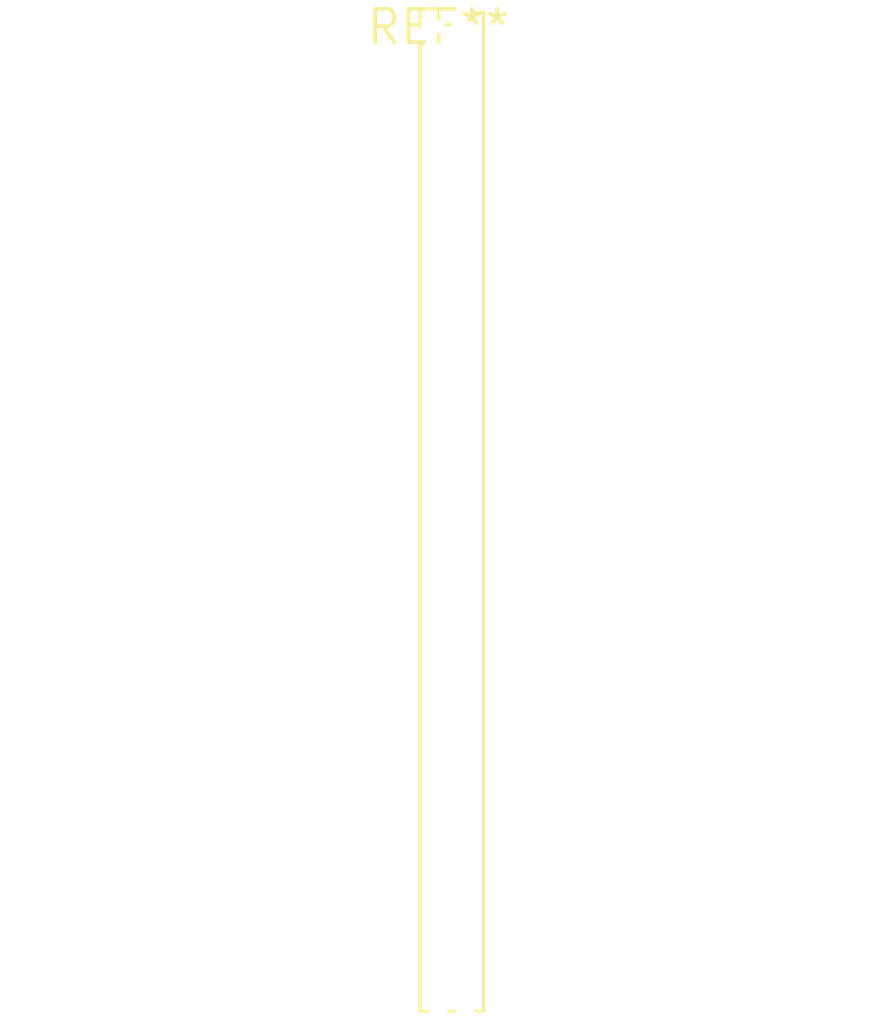
<source format=kicad_pcb>
(kicad_pcb (version 20240108) (generator pcbnew)
  (layers (0 "F.Cu" signal) (31 "B.Cu" signal) (34 "B.Paste" user) (35 "F.Paste" user) (36 "B.SilkS" user "B.Silkscreen") (37 "F.SilkS" user "F.Silkscreen") (38 "B.Mask" user) (39 "F.Mask" user) (44 "Edge.Cuts" user))
  (net 0 "")
  (footprint "PinHeader_2x38_P1.00mm_Vertical" (layer "F.Cu") (at 0 0)
    (property "Reference" "REF**")
    (property "Value" "PinHeader_2x38_P1.00mm_Vertical")
    (fp_line (start -0.71 -0.685) (end 0 -0.685) (layer "F.SilkS") (stroke (width 0.12)))
    (fp_line (start -0.71 0) (end -0.71 -0.685) (layer "F.SilkS") (stroke (width 0.12)))
    (fp_line (start -0.71 0.685) (end -0.71 37.56) (layer "F.SilkS") (stroke (width 0.12)))
    (fp_line (start -0.71 0.685) (end -0.608276 0.685) (layer "F.SilkS") (stroke (width 0.12)))
    (fp_line (start -0.71 37.56) (end -0.394493 37.56) (layer "F.SilkS") (stroke (width 0.12)))
    (fp_line (start 0.394493 37.56) (end 0.605507 37.56) (layer "F.SilkS") (stroke (width 0.12)))
    (fp_line (start 1.394493 -0.56) (end 1.71 -0.56) (layer "F.SilkS") (stroke (width 0.12)))
    (fp_line (start 1.394493 37.56) (end 1.71 37.56) (layer "F.SilkS") (stroke (width 0.12)))
    (fp_line (start 1.71 -0.56) (end 1.71 37.56) (layer "F.SilkS") (stroke (width 0.12)))
    (pad "1" thru_hole rect (at 0 0) (size 0.85 0.85) (drill 0.5) (layers *.Cu *.Mask) (remove_unused_layers))
    (pad "2" thru_hole oval (at 1 0) (size 0.85 0.85) (drill 0.5) (layers *.Cu *.Mask) (remove_unused_layers))
    (pad "3" thru_hole oval (at 0 1) (size 0.85 0.85) (drill 0.5) (layers *.Cu *.Mask) (remove_unused_layers))
    (pad "4" thru_hole oval (at 1 1) (size 0.85 0.85) (drill 0.5) (layers *.Cu *.Mask) (remove_unused_layers))
    (pad "5" thru_hole oval (at 0 2) (size 0.85 0.85) (drill 0.5) (layers *.Cu *.Mask) (remove_unused_layers))
    (pad "6" thru_hole oval (at 1 2) (size 0.85 0.85) (drill 0.5) (layers *.Cu *.Mask) (remove_unused_layers))
    (pad "7" thru_hole oval (at 0 3) (size 0.85 0.85) (drill 0.5) (layers *.Cu *.Mask) (remove_unused_layers))
    (pad "8" thru_hole oval (at 1 3) (size 0.85 0.85) (drill 0.5) (layers *.Cu *.Mask) (remove_unused_layers))
    (pad "9" thru_hole oval (at 0 4) (size 0.85 0.85) (drill 0.5) (layers *.Cu *.Mask) (remove_unused_layers))
    (pad "10" thru_hole oval (at 1 4) (size 0.85 0.85) (drill 0.5) (layers *.Cu *.Mask) (remove_unused_layers))
    (pad "11" thru_hole oval (at 0 5) (size 0.85 0.85) (drill 0.5) (layers *.Cu *.Mask) (remove_unused_layers))
    (pad "12" thru_hole oval (at 1 5) (size 0.85 0.85) (drill 0.5) (layers *.Cu *.Mask) (remove_unused_layers))
    (pad "13" thru_hole oval (at 0 6) (size 0.85 0.85) (drill 0.5) (layers *.Cu *.Mask) (remove_unused_layers))
    (pad "14" thru_hole oval (at 1 6) (size 0.85 0.85) (drill 0.5) (layers *.Cu *.Mask) (remove_unused_layers))
    (pad "15" thru_hole oval (at 0 7) (size 0.85 0.85) (drill 0.5) (layers *.Cu *.Mask) (remove_unused_layers))
    (pad "16" thru_hole oval (at 1 7) (size 0.85 0.85) (drill 0.5) (layers *.Cu *.Mask) (remove_unused_layers))
    (pad "17" thru_hole oval (at 0 8) (size 0.85 0.85) (drill 0.5) (layers *.Cu *.Mask) (remove_unused_layers))
    (pad "18" thru_hole oval (at 1 8) (size 0.85 0.85) (drill 0.5) (layers *.Cu *.Mask) (remove_unused_layers))
    (pad "19" thru_hole oval (at 0 9) (size 0.85 0.85) (drill 0.5) (layers *.Cu *.Mask) (remove_unused_layers))
    (pad "20" thru_hole oval (at 1 9) (size 0.85 0.85) (drill 0.5) (layers *.Cu *.Mask) (remove_unused_layers))
    (pad "21" thru_hole oval (at 0 10) (size 0.85 0.85) (drill 0.5) (layers *.Cu *.Mask) (remove_unused_layers))
    (pad "22" thru_hole oval (at 1 10) (size 0.85 0.85) (drill 0.5) (layers *.Cu *.Mask) (remove_unused_layers))
    (pad "23" thru_hole oval (at 0 11) (size 0.85 0.85) (drill 0.5) (layers *.Cu *.Mask) (remove_unused_layers))
    (pad "24" thru_hole oval (at 1 11) (size 0.85 0.85) (drill 0.5) (layers *.Cu *.Mask) (remove_unused_layers))
    (pad "25" thru_hole oval (at 0 12) (size 0.85 0.85) (drill 0.5) (layers *.Cu *.Mask) (remove_unused_layers))
    (pad "26" thru_hole oval (at 1 12) (size 0.85 0.85) (drill 0.5) (layers *.Cu *.Mask) (remove_unused_layers))
    (pad "27" thru_hole oval (at 0 13) (size 0.85 0.85) (drill 0.5) (layers *.Cu *.Mask) (remove_unused_layers))
    (pad "28" thru_hole oval (at 1 13) (size 0.85 0.85) (drill 0.5) (layers *.Cu *.Mask) (remove_unused_layers))
    (pad "29" thru_hole oval (at 0 14) (size 0.85 0.85) (drill 0.5) (layers *.Cu *.Mask) (remove_unused_layers))
    (pad "30" thru_hole oval (at 1 14) (size 0.85 0.85) (drill 0.5) (layers *.Cu *.Mask) (remove_unused_layers))
    (pad "31" thru_hole oval (at 0 15) (size 0.85 0.85) (drill 0.5) (layers *.Cu *.Mask) (remove_unused_layers))
    (pad "32" thru_hole oval (at 1 15) (size 0.85 0.85) (drill 0.5) (layers *.Cu *.Mask) (remove_unused_layers))
    (pad "33" thru_hole oval (at 0 16) (size 0.85 0.85) (drill 0.5) (layers *.Cu *.Mask) (remove_unused_layers))
    (pad "34" thru_hole oval (at 1 16) (size 0.85 0.85) (drill 0.5) (layers *.Cu *.Mask) (remove_unused_layers))
    (pad "35" thru_hole oval (at 0 17) (size 0.85 0.85) (drill 0.5) (layers *.Cu *.Mask) (remove_unused_layers))
    (pad "36" thru_hole oval (at 1 17) (size 0.85 0.85) (drill 0.5) (layers *.Cu *.Mask) (remove_unused_layers))
    (pad "37" thru_hole oval (at 0 18) (size 0.85 0.85) (drill 0.5) (layers *.Cu *.Mask) (remove_unused_layers))
    (pad "38" thru_hole oval (at 1 18) (size 0.85 0.85) (drill 0.5) (layers *.Cu *.Mask) (remove_unused_layers))
    (pad "39" thru_hole oval (at 0 19) (size 0.85 0.85) (drill 0.5) (layers *.Cu *.Mask) (remove_unused_layers))
    (pad "40" thru_hole oval (at 1 19) (size 0.85 0.85) (drill 0.5) (layers *.Cu *.Mask) (remove_unused_layers))
    (pad "41" thru_hole oval (at 0 20) (size 0.85 0.85) (drill 0.5) (layers *.Cu *.Mask) (remove_unused_layers))
    (pad "42" thru_hole oval (at 1 20) (size 0.85 0.85) (drill 0.5) (layers *.Cu *.Mask) (remove_unused_layers))
    (pad "43" thru_hole oval (at 0 21) (size 0.85 0.85) (drill 0.5) (layers *.Cu *.Mask) (remove_unused_layers))
    (pad "44" thru_hole oval (at 1 21) (size 0.85 0.85) (drill 0.5) (layers *.Cu *.Mask) (remove_unused_layers))
    (pad "45" thru_hole oval (at 0 22) (size 0.85 0.85) (drill 0.5) (layers *.Cu *.Mask) (remove_unused_layers))
    (pad "46" thru_hole oval (at 1 22) (size 0.85 0.85) (drill 0.5) (layers *.Cu *.Mask) (remove_unused_layers))
    (pad "47" thru_hole oval (at 0 23) (size 0.85 0.85) (drill 0.5) (layers *.Cu *.Mask) (remove_unused_layers))
    (pad "48" thru_hole oval (at 1 23) (size 0.85 0.85) (drill 0.5) (layers *.Cu *.Mask) (remove_unused_layers))
    (pad "49" thru_hole oval (at 0 24) (size 0.85 0.85) (drill 0.5) (layers *.Cu *.Mask) (remove_unused_layers))
    (pad "50" thru_hole oval (at 1 24) (size 0.85 0.85) (drill 0.5) (layers *.Cu *.Mask) (remove_unused_layers))
    (pad "51" thru_hole oval (at 0 25) (size 0.85 0.85) (drill 0.5) (layers *.Cu *.Mask) (remove_unused_layers))
    (pad "52" thru_hole oval (at 1 25) (size 0.85 0.85) (drill 0.5) (layers *.Cu *.Mask) (remove_unused_layers))
    (pad "53" thru_hole oval (at 0 26) (size 0.85 0.85) (drill 0.5) (layers *.Cu *.Mask) (remove_unused_layers))
    (pad "54" thru_hole oval (at 1 26) (size 0.85 0.85) (drill 0.5) (layers *.Cu *.Mask) (remove_unused_layers))
    (pad "55" thru_hole oval (at 0 27) (size 0.85 0.85) (drill 0.5) (layers *.Cu *.Mask) (remove_unused_layers))
    (pad "56" thru_hole oval (at 1 27) (size 0.85 0.85) (drill 0.5) (layers *.Cu *.Mask) (remove_unused_layers))
    (pad "57" thru_hole oval (at 0 28) (size 0.85 0.85) (drill 0.5) (layers *.Cu *.Mask) (remove_unused_layers))
    (pad "58" thru_hole oval (at 1 28) (size 0.85 0.85) (drill 0.5) (layers *.Cu *.Mask) (remove_unused_layers))
    (pad "59" thru_hole oval (at 0 29) (size 0.85 0.85) (drill 0.5) (layers *.Cu *.Mask) (remove_unused_layers))
    (pad "60" thru_hole oval (at 1 29) (size 0.85 0.85) (drill 0.5) (layers *.Cu *.Mask) (remove_unused_layers))
    (pad "61" thru_hole oval (at 0 30) (size 0.85 0.85) (drill 0.5) (layers *.Cu *.Mask) (remove_unused_layers))
    (pad "62" thru_hole oval (at 1 30) (size 0.85 0.85) (drill 0.5) (layers *.Cu *.Mask) (remove_unused_layers))
    (pad "63" thru_hole oval (at 0 31) (size 0.85 0.85) (drill 0.5) (layers *.Cu *.Mask) (remove_unused_layers))
    (pad "64" thru_hole oval (at 1 31) (size 0.85 0.85) (drill 0.5) (layers *.Cu *.Mask) (remove_unused_layers))
    (pad "65" thru_hole oval (at 0 32) (size 0.85 0.85) (drill 0.5) (layers *.Cu *.Mask) (remove_unused_layers))
    (pad "66" thru_hole oval (at 1 32) (size 0.85 0.85) (drill 0.5) (layers *.Cu *.Mask) (remove_unused_layers))
    (pad "67" thru_hole oval (at 0 33) (size 0.85 0.85) (drill 0.5) (layers *.Cu *.Mask) (remove_unused_layers))
    (pad "68" thru_hole oval (at 1 33) (size 0.85 0.85) (drill 0.5) (layers *.Cu *.Mask) (remove_unused_layers))
    (pad "69" thru_hole oval (at 0 34) (size 0.85 0.85) (drill 0.5) (layers *.Cu *.Mask) (remove_unused_layers))
    (pad "70" thru_hole oval (at 1 34) (size 0.85 0.85) (drill 0.5) (layers *.Cu *.Mask) (remove_unused_layers))
    (pad "71" thru_hole oval (at 0 35) (size 0.85 0.85) (drill 0.5) (layers *.Cu *.Mask) (remove_unused_layers))
    (pad "72" thru_hole oval (at 1 35) (size 0.85 0.85) (drill 0.5) (layers *.Cu *.Mask) (remove_unused_layers))
    (pad "73" thru_hole oval (at 0 36) (size 0.85 0.85) (drill 0.5) (layers *.Cu *.Mask) (remove_unused_layers))
    (pad "74" thru_hole oval (at 1 36) (size 0.85 0.85) (drill 0.5) (layers *.Cu *.Mask) (remove_unused_layers))
    (pad "75" thru_hole oval (at 0 37) (size 0.85 0.85) (drill 0.5) (layers *.Cu *.Mask) (remove_unused_layers))
    (pad "76" thru_hole oval (at 1 37) (size 0.85 0.85) (drill 0.5) (layers *.Cu *.Mask) (remove_unused_layers))
  )
)
</source>
